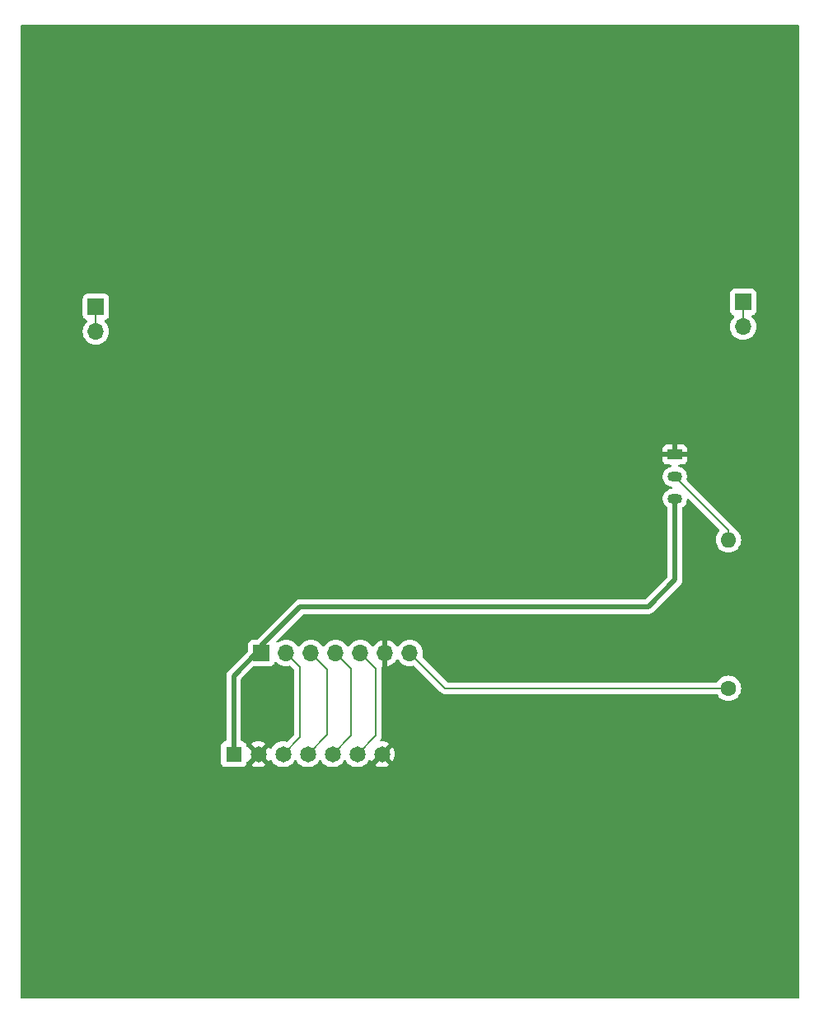
<source format=gbr>
%TF.GenerationSoftware,KiCad,Pcbnew,8.0.6*%
%TF.CreationDate,2025-01-04T10:48:04+08:00*%
%TF.ProjectId,Internal Chamber,496e7465-726e-4616-9c20-4368616d6265,rev?*%
%TF.SameCoordinates,Original*%
%TF.FileFunction,Copper,L1,Top*%
%TF.FilePolarity,Positive*%
%FSLAX46Y46*%
G04 Gerber Fmt 4.6, Leading zero omitted, Abs format (unit mm)*
G04 Created by KiCad (PCBNEW 8.0.6) date 2025-01-04 10:48:04*
%MOMM*%
%LPD*%
G01*
G04 APERTURE LIST*
%TA.AperFunction,ComponentPad*%
%ADD10R,1.700000X1.700000*%
%TD*%
%TA.AperFunction,ComponentPad*%
%ADD11O,1.700000X1.700000*%
%TD*%
%TA.AperFunction,ComponentPad*%
%ADD12C,1.650000*%
%TD*%
%TA.AperFunction,ComponentPad*%
%ADD13R,1.650000X1.650000*%
%TD*%
%TA.AperFunction,ComponentPad*%
%ADD14O,1.600000X1.600000*%
%TD*%
%TA.AperFunction,ComponentPad*%
%ADD15C,1.600000*%
%TD*%
%TA.AperFunction,ComponentPad*%
%ADD16O,1.500000X1.050000*%
%TD*%
%TA.AperFunction,ComponentPad*%
%ADD17R,1.500000X1.050000*%
%TD*%
%TA.AperFunction,Conductor*%
%ADD18C,0.200000*%
%TD*%
%TA.AperFunction,Conductor*%
%ADD19C,0.500000*%
%TD*%
G04 APERTURE END LIST*
D10*
%TO.P,J3,1,Pin_1*%
%TO.N,/Data*%
X146250000Y-68710000D03*
D11*
%TO.P,J3,2,Pin_2*%
X146250000Y-71250000D03*
%TD*%
D10*
%TO.P,J2,1,Pin_1*%
%TO.N,/Data*%
X212750000Y-68210000D03*
D11*
%TO.P,J2,2,Pin_2*%
X212750000Y-70750000D03*
%TD*%
D12*
%TO.P,U1,7,SEL*%
%TO.N,GND*%
X175640000Y-114650000D03*
%TO.P,U1,6,PWM*%
%TO.N,/PWM*%
X173100000Y-114650000D03*
%TO.P,U1,5,RDY*%
%TO.N,/RDY*%
X170560000Y-114650000D03*
%TO.P,U1,4,RX/SDA*%
%TO.N,/SDA*%
X168020000Y-114650000D03*
%TO.P,U1,3,TX/SCL*%
%TO.N,/SCL*%
X165480000Y-114650000D03*
%TO.P,U1,2,GND*%
%TO.N,GND*%
X162940000Y-114650000D03*
D13*
%TO.P,U1,1,VDD*%
%TO.N,/VCC*%
X160400000Y-114650000D03*
%TD*%
D14*
%TO.P,R1,2*%
%TO.N,Net-(U3-DQ)*%
X211250000Y-92630000D03*
D15*
%TO.P,R1,1*%
%TO.N,/TEMP*%
X211250000Y-107870000D03*
%TD*%
D10*
%TO.P,J1,1,Pin_1*%
%TO.N,/VCC*%
X163260000Y-104250000D03*
D11*
%TO.P,J1,2,Pin_2*%
%TO.N,/SCL*%
X165800000Y-104250000D03*
%TO.P,J1,3,Pin_3*%
%TO.N,/SDA*%
X168340000Y-104250000D03*
%TO.P,J1,4,Pin_4*%
%TO.N,/RDY*%
X170880000Y-104250000D03*
%TO.P,J1,5,Pin_5*%
%TO.N,/PWM*%
X173420000Y-104250000D03*
%TO.P,J1,6,Pin_6*%
%TO.N,GND*%
X175960000Y-104250000D03*
%TO.P,J1,7,Pin_7*%
%TO.N,/TEMP*%
X178500000Y-104250000D03*
%TD*%
D16*
%TO.P,U3,3,V_{DD}*%
%TO.N,/VCC*%
X205750000Y-88420000D03*
%TO.P,U3,2,DQ*%
%TO.N,Net-(U3-DQ)*%
X205750000Y-86150000D03*
D17*
%TO.P,U3,1,GND*%
%TO.N,GND*%
X205750000Y-83880000D03*
%TD*%
D18*
%TO.N,/PWM*%
X175000000Y-105830000D02*
X175000000Y-112750000D01*
X175000000Y-112750000D02*
X173100000Y-114650000D01*
X173420000Y-104250000D02*
X175000000Y-105830000D01*
%TO.N,/RDY*%
X172500000Y-112710000D02*
X170560000Y-114650000D01*
X172500000Y-105870000D02*
X172500000Y-112710000D01*
X170880000Y-104250000D02*
X172500000Y-105870000D01*
%TO.N,/SDA*%
X170000000Y-112670000D02*
X168020000Y-114650000D01*
X170000000Y-105910000D02*
X170000000Y-112670000D01*
X168340000Y-104250000D02*
X170000000Y-105910000D01*
%TO.N,/SCL*%
X167250000Y-112880000D02*
X165480000Y-114650000D01*
X167250000Y-105700000D02*
X167250000Y-112880000D01*
X165800000Y-104250000D02*
X167250000Y-105700000D01*
D19*
%TO.N,/VCC*%
X160400000Y-106600000D02*
X160400000Y-114650000D01*
X162750000Y-104250000D02*
X160400000Y-106600000D01*
X163260000Y-104250000D02*
X162750000Y-104250000D01*
X163260000Y-103490000D02*
X163260000Y-104250000D01*
X167250000Y-99500000D02*
X163260000Y-103490000D01*
X203000000Y-99500000D02*
X167250000Y-99500000D01*
X205750000Y-88420000D02*
X205750000Y-96750000D01*
X205750000Y-96750000D02*
X203000000Y-99500000D01*
D18*
%TO.N,Net-(U3-DQ)*%
X211250000Y-91650000D02*
X211250000Y-92630000D01*
X205750000Y-86150000D02*
X211250000Y-91650000D01*
%TO.N,/TEMP*%
X182120000Y-107870000D02*
X211250000Y-107870000D01*
X178500000Y-104250000D02*
X182120000Y-107870000D01*
%TO.N,/Data*%
X212750000Y-68210000D02*
X212750000Y-70750000D01*
X146250000Y-68710000D02*
X146250000Y-71250000D01*
%TD*%
%TA.AperFunction,Conductor*%
%TO.N,GND*%
G36*
X164778418Y-105145417D02*
G01*
X164806673Y-105166569D01*
X164928599Y-105288495D01*
X165015692Y-105349478D01*
X165122165Y-105424032D01*
X165122167Y-105424033D01*
X165122170Y-105424035D01*
X165336337Y-105523903D01*
X165564592Y-105585063D01*
X165752918Y-105601539D01*
X165799999Y-105605659D01*
X165800000Y-105605659D01*
X165800001Y-105605659D01*
X165839234Y-105602226D01*
X166035408Y-105585063D01*
X166163757Y-105550672D01*
X166233606Y-105552335D01*
X166283531Y-105582766D01*
X166613181Y-105912416D01*
X166646666Y-105973739D01*
X166649500Y-106000097D01*
X166649500Y-112579902D01*
X166629815Y-112646941D01*
X166613181Y-112667583D01*
X165943118Y-113337645D01*
X165881795Y-113371130D01*
X165823345Y-113369739D01*
X165711058Y-113339653D01*
X165711055Y-113339652D01*
X165711050Y-113339651D01*
X165711047Y-113339650D01*
X165711044Y-113339650D01*
X165480002Y-113319437D01*
X165479998Y-113319437D01*
X165248955Y-113339650D01*
X165248948Y-113339651D01*
X165024917Y-113399681D01*
X164814718Y-113497699D01*
X164814714Y-113497701D01*
X164624735Y-113630726D01*
X164624729Y-113630731D01*
X164460731Y-113794729D01*
X164460726Y-113794735D01*
X164327701Y-113984714D01*
X164327697Y-113984722D01*
X164322104Y-113996716D01*
X164275929Y-114049154D01*
X164208735Y-114068303D01*
X164141855Y-114048084D01*
X164097342Y-113996711D01*
X164091869Y-113984975D01*
X164091866Y-113984969D01*
X164036975Y-113906577D01*
X164036975Y-113906576D01*
X163463787Y-114479764D01*
X163452518Y-114437708D01*
X163380110Y-114312292D01*
X163277708Y-114209890D01*
X163152292Y-114137482D01*
X163110234Y-114126212D01*
X163683422Y-113553023D01*
X163605030Y-113498133D01*
X163394909Y-113400152D01*
X163394900Y-113400148D01*
X163170968Y-113340147D01*
X163170958Y-113340145D01*
X162940001Y-113319939D01*
X162939999Y-113319939D01*
X162709041Y-113340145D01*
X162709031Y-113340147D01*
X162485099Y-113400148D01*
X162485090Y-113400152D01*
X162274967Y-113498134D01*
X162196576Y-113553022D01*
X162769766Y-114126212D01*
X162727708Y-114137482D01*
X162602292Y-114209890D01*
X162499890Y-114312292D01*
X162427482Y-114437708D01*
X162416212Y-114479765D01*
X161836782Y-113900336D01*
X161791805Y-113891297D01*
X161741623Y-113842681D01*
X161725499Y-113781536D01*
X161725499Y-113777129D01*
X161725498Y-113777123D01*
X161725497Y-113777116D01*
X161719091Y-113717517D01*
X161668796Y-113582669D01*
X161668795Y-113582668D01*
X161668793Y-113582664D01*
X161582547Y-113467455D01*
X161582544Y-113467452D01*
X161467335Y-113381206D01*
X161467328Y-113381202D01*
X161332482Y-113330908D01*
X161332483Y-113330908D01*
X161272883Y-113324501D01*
X161272881Y-113324500D01*
X161272873Y-113324500D01*
X161272864Y-113324500D01*
X161269548Y-113324322D01*
X161269615Y-113323065D01*
X161207461Y-113304815D01*
X161161706Y-113252011D01*
X161150500Y-113200500D01*
X161150500Y-106962229D01*
X161170185Y-106895190D01*
X161186814Y-106874553D01*
X162424549Y-105636817D01*
X162485872Y-105603333D01*
X162512230Y-105600499D01*
X164157871Y-105600499D01*
X164157872Y-105600499D01*
X164217483Y-105594091D01*
X164352331Y-105543796D01*
X164467546Y-105457546D01*
X164553796Y-105342331D01*
X164602810Y-105210916D01*
X164644681Y-105154984D01*
X164710145Y-105130566D01*
X164778418Y-105145417D01*
G37*
%TD.AperFunction*%
%TA.AperFunction,Conductor*%
G36*
X218443039Y-39769685D02*
G01*
X218488794Y-39822489D01*
X218500000Y-39874000D01*
X218500000Y-139626000D01*
X218480315Y-139693039D01*
X218427511Y-139738794D01*
X218376000Y-139750000D01*
X138624000Y-139750000D01*
X138556961Y-139730315D01*
X138511206Y-139677511D01*
X138500000Y-139626000D01*
X138500000Y-113777135D01*
X159074500Y-113777135D01*
X159074500Y-115522870D01*
X159074501Y-115522876D01*
X159080908Y-115582483D01*
X159131202Y-115717328D01*
X159131206Y-115717335D01*
X159217452Y-115832544D01*
X159217455Y-115832547D01*
X159332664Y-115918793D01*
X159332671Y-115918797D01*
X159467517Y-115969091D01*
X159467516Y-115969091D01*
X159474444Y-115969835D01*
X159527127Y-115975500D01*
X161272872Y-115975499D01*
X161332483Y-115969091D01*
X161467331Y-115918796D01*
X161582546Y-115832546D01*
X161668796Y-115717331D01*
X161719091Y-115582483D01*
X161725500Y-115522873D01*
X161725499Y-115518474D01*
X161745175Y-115451436D01*
X161797973Y-115405674D01*
X161837599Y-115398846D01*
X162416212Y-114820233D01*
X162427482Y-114862292D01*
X162499890Y-114987708D01*
X162602292Y-115090110D01*
X162727708Y-115162518D01*
X162769765Y-115173787D01*
X162196576Y-115746975D01*
X162274969Y-115801867D01*
X162485090Y-115899847D01*
X162485099Y-115899851D01*
X162709031Y-115959852D01*
X162709041Y-115959854D01*
X162939999Y-115980061D01*
X162940001Y-115980061D01*
X163170958Y-115959854D01*
X163170968Y-115959852D01*
X163394900Y-115899851D01*
X163394909Y-115899847D01*
X163605030Y-115801867D01*
X163605034Y-115801865D01*
X163683422Y-115746976D01*
X163683422Y-115746975D01*
X163110235Y-115173787D01*
X163152292Y-115162518D01*
X163277708Y-115090110D01*
X163380110Y-114987708D01*
X163452518Y-114862292D01*
X163463787Y-114820234D01*
X164036975Y-115393422D01*
X164036976Y-115393422D01*
X164091864Y-115315034D01*
X164097339Y-115303294D01*
X164143509Y-115250852D01*
X164210701Y-115231697D01*
X164277584Y-115251909D01*
X164322105Y-115303286D01*
X164327699Y-115315282D01*
X164460730Y-115505269D01*
X164624731Y-115669270D01*
X164814718Y-115802301D01*
X165024921Y-115900320D01*
X165248950Y-115960349D01*
X165413985Y-115974787D01*
X165479998Y-115980563D01*
X165480000Y-115980563D01*
X165480002Y-115980563D01*
X165537894Y-115975498D01*
X165711050Y-115960349D01*
X165935079Y-115900320D01*
X166145282Y-115802301D01*
X166335269Y-115669270D01*
X166499270Y-115505269D01*
X166632301Y-115315282D01*
X166637618Y-115303878D01*
X166683790Y-115251440D01*
X166750984Y-115232288D01*
X166817865Y-115252504D01*
X166862381Y-115303878D01*
X166867699Y-115315282D01*
X167000730Y-115505269D01*
X167164731Y-115669270D01*
X167354718Y-115802301D01*
X167564921Y-115900320D01*
X167788950Y-115960349D01*
X167953985Y-115974787D01*
X168019998Y-115980563D01*
X168020000Y-115980563D01*
X168020002Y-115980563D01*
X168077894Y-115975498D01*
X168251050Y-115960349D01*
X168475079Y-115900320D01*
X168685282Y-115802301D01*
X168875269Y-115669270D01*
X169039270Y-115505269D01*
X169172301Y-115315282D01*
X169177618Y-115303878D01*
X169223790Y-115251440D01*
X169290984Y-115232288D01*
X169357865Y-115252504D01*
X169402381Y-115303878D01*
X169407699Y-115315282D01*
X169540730Y-115505269D01*
X169704731Y-115669270D01*
X169894718Y-115802301D01*
X170104921Y-115900320D01*
X170328950Y-115960349D01*
X170493985Y-115974787D01*
X170559998Y-115980563D01*
X170560000Y-115980563D01*
X170560002Y-115980563D01*
X170617894Y-115975498D01*
X170791050Y-115960349D01*
X171015079Y-115900320D01*
X171225282Y-115802301D01*
X171415269Y-115669270D01*
X171579270Y-115505269D01*
X171712301Y-115315282D01*
X171717618Y-115303878D01*
X171763790Y-115251440D01*
X171830984Y-115232288D01*
X171897865Y-115252504D01*
X171942381Y-115303878D01*
X171947699Y-115315282D01*
X172080730Y-115505269D01*
X172244731Y-115669270D01*
X172434718Y-115802301D01*
X172644921Y-115900320D01*
X172868950Y-115960349D01*
X173033985Y-115974787D01*
X173099998Y-115980563D01*
X173100000Y-115980563D01*
X173100002Y-115980563D01*
X173157894Y-115975498D01*
X173331050Y-115960349D01*
X173555079Y-115900320D01*
X173765282Y-115802301D01*
X173955269Y-115669270D01*
X174119270Y-115505269D01*
X174252301Y-115315282D01*
X174257893Y-115303289D01*
X174304062Y-115250851D01*
X174371255Y-115231697D01*
X174438137Y-115251911D01*
X174482656Y-115303286D01*
X174488132Y-115315029D01*
X174543023Y-115393422D01*
X175116212Y-114820233D01*
X175127482Y-114862292D01*
X175199890Y-114987708D01*
X175302292Y-115090110D01*
X175427708Y-115162518D01*
X175469765Y-115173787D01*
X174896576Y-115746975D01*
X174974969Y-115801867D01*
X175185090Y-115899847D01*
X175185099Y-115899851D01*
X175409031Y-115959852D01*
X175409041Y-115959854D01*
X175639999Y-115980061D01*
X175640001Y-115980061D01*
X175870958Y-115959854D01*
X175870968Y-115959852D01*
X176094900Y-115899851D01*
X176094909Y-115899847D01*
X176305030Y-115801867D01*
X176305034Y-115801865D01*
X176383422Y-115746976D01*
X176383422Y-115746975D01*
X175810235Y-115173787D01*
X175852292Y-115162518D01*
X175977708Y-115090110D01*
X176080110Y-114987708D01*
X176152518Y-114862292D01*
X176163787Y-114820234D01*
X176736975Y-115393422D01*
X176736976Y-115393422D01*
X176791865Y-115315034D01*
X176791867Y-115315030D01*
X176889847Y-115104909D01*
X176889851Y-115104900D01*
X176949852Y-114880968D01*
X176949854Y-114880958D01*
X176970061Y-114650000D01*
X176970061Y-114649999D01*
X176949854Y-114419041D01*
X176949852Y-114419031D01*
X176889851Y-114195099D01*
X176889847Y-114195090D01*
X176791867Y-113984971D01*
X176791866Y-113984969D01*
X176736975Y-113906577D01*
X176736975Y-113906576D01*
X176163787Y-114479764D01*
X176152518Y-114437708D01*
X176080110Y-114312292D01*
X175977708Y-114209890D01*
X175852292Y-114137482D01*
X175810234Y-114126212D01*
X176383422Y-113553023D01*
X176305030Y-113498133D01*
X176094909Y-113400152D01*
X176094900Y-113400148D01*
X175870968Y-113340147D01*
X175870958Y-113340145D01*
X175640001Y-113319939D01*
X175639998Y-113319939D01*
X175584103Y-113324829D01*
X175515603Y-113311062D01*
X175465420Y-113262447D01*
X175449487Y-113194418D01*
X175472863Y-113128575D01*
X175475696Y-113125254D01*
X175475574Y-113125161D01*
X175480514Y-113118721D01*
X175480520Y-113118716D01*
X175559577Y-112981784D01*
X175600501Y-112829057D01*
X175600501Y-112670942D01*
X175600501Y-112663347D01*
X175600500Y-112663329D01*
X175600500Y-105750945D01*
X175600500Y-105750943D01*
X175598454Y-105743307D01*
X175600115Y-105673459D01*
X175639277Y-105615595D01*
X175696216Y-105591211D01*
X175710000Y-105580634D01*
X175710000Y-104683012D01*
X175767007Y-104715925D01*
X175894174Y-104750000D01*
X176025826Y-104750000D01*
X176152993Y-104715925D01*
X176210000Y-104683012D01*
X176210000Y-105580633D01*
X176423483Y-105523433D01*
X176423492Y-105523429D01*
X176637578Y-105423600D01*
X176831082Y-105288105D01*
X176998105Y-105121082D01*
X177128119Y-104935405D01*
X177182696Y-104891781D01*
X177252195Y-104884588D01*
X177314549Y-104916110D01*
X177331269Y-104935405D01*
X177461505Y-105121401D01*
X177628599Y-105288495D01*
X177715692Y-105349478D01*
X177822165Y-105424032D01*
X177822167Y-105424033D01*
X177822170Y-105424035D01*
X178036337Y-105523903D01*
X178264592Y-105585063D01*
X178452918Y-105601539D01*
X178499999Y-105605659D01*
X178500000Y-105605659D01*
X178500001Y-105605659D01*
X178539234Y-105602226D01*
X178735408Y-105585063D01*
X178863757Y-105550672D01*
X178933606Y-105552335D01*
X178983531Y-105582766D01*
X181635139Y-108234374D01*
X181635149Y-108234385D01*
X181639479Y-108238715D01*
X181639480Y-108238716D01*
X181751284Y-108350520D01*
X181838095Y-108400639D01*
X181838097Y-108400641D01*
X181876151Y-108422611D01*
X181888215Y-108429577D01*
X182040943Y-108470500D01*
X182199057Y-108470500D01*
X210018308Y-108470500D01*
X210085347Y-108490185D01*
X210119880Y-108523374D01*
X210205480Y-108645624D01*
X210249954Y-108709141D01*
X210410858Y-108870045D01*
X210410861Y-108870047D01*
X210597266Y-109000568D01*
X210803504Y-109096739D01*
X211023308Y-109155635D01*
X211185230Y-109169801D01*
X211249998Y-109175468D01*
X211250000Y-109175468D01*
X211250002Y-109175468D01*
X211306673Y-109170509D01*
X211476692Y-109155635D01*
X211696496Y-109096739D01*
X211902734Y-109000568D01*
X212089139Y-108870047D01*
X212250047Y-108709139D01*
X212380568Y-108522734D01*
X212476739Y-108316496D01*
X212535635Y-108096692D01*
X212555468Y-107870000D01*
X212535635Y-107643308D01*
X212476739Y-107423504D01*
X212380568Y-107217266D01*
X212250047Y-107030861D01*
X212250045Y-107030858D01*
X212089141Y-106869954D01*
X211902734Y-106739432D01*
X211902732Y-106739431D01*
X211696497Y-106643261D01*
X211696488Y-106643258D01*
X211476697Y-106584366D01*
X211476693Y-106584365D01*
X211476692Y-106584365D01*
X211476691Y-106584364D01*
X211476686Y-106584364D01*
X211250002Y-106564532D01*
X211249998Y-106564532D01*
X211023313Y-106584364D01*
X211023302Y-106584366D01*
X210803511Y-106643258D01*
X210803502Y-106643261D01*
X210597267Y-106739431D01*
X210597265Y-106739432D01*
X210410858Y-106869954D01*
X210249954Y-107030858D01*
X210173450Y-107140118D01*
X210119881Y-107216624D01*
X210065307Y-107260248D01*
X210018308Y-107269500D01*
X182420097Y-107269500D01*
X182353058Y-107249815D01*
X182332416Y-107233181D01*
X179832766Y-104733531D01*
X179799281Y-104672208D01*
X179800672Y-104613757D01*
X179815878Y-104557007D01*
X179835063Y-104485408D01*
X179855659Y-104250000D01*
X179835063Y-104014592D01*
X179773903Y-103786337D01*
X179674035Y-103572171D01*
X179668731Y-103564595D01*
X179538494Y-103378597D01*
X179371402Y-103211506D01*
X179371395Y-103211501D01*
X179177834Y-103075967D01*
X179177830Y-103075965D01*
X179126501Y-103052030D01*
X178963663Y-102976097D01*
X178963659Y-102976096D01*
X178963655Y-102976094D01*
X178735413Y-102914938D01*
X178735403Y-102914936D01*
X178500001Y-102894341D01*
X178499999Y-102894341D01*
X178264596Y-102914936D01*
X178264586Y-102914938D01*
X178036344Y-102976094D01*
X178036335Y-102976098D01*
X177822171Y-103075964D01*
X177822169Y-103075965D01*
X177628597Y-103211505D01*
X177461508Y-103378594D01*
X177331269Y-103564595D01*
X177276692Y-103608219D01*
X177207193Y-103615412D01*
X177144839Y-103583890D01*
X177128119Y-103564594D01*
X176998113Y-103378926D01*
X176998108Y-103378920D01*
X176831082Y-103211894D01*
X176637578Y-103076399D01*
X176423492Y-102976570D01*
X176423486Y-102976567D01*
X176210000Y-102919364D01*
X176210000Y-103816988D01*
X176152993Y-103784075D01*
X176025826Y-103750000D01*
X175894174Y-103750000D01*
X175767007Y-103784075D01*
X175710000Y-103816988D01*
X175710000Y-102919364D01*
X175709999Y-102919364D01*
X175496513Y-102976567D01*
X175496507Y-102976570D01*
X175282422Y-103076399D01*
X175282420Y-103076400D01*
X175088926Y-103211886D01*
X175088920Y-103211891D01*
X174921891Y-103378920D01*
X174921890Y-103378922D01*
X174791880Y-103564595D01*
X174737303Y-103608219D01*
X174667804Y-103615412D01*
X174605450Y-103583890D01*
X174588730Y-103564594D01*
X174458494Y-103378597D01*
X174291402Y-103211506D01*
X174291395Y-103211501D01*
X174097834Y-103075967D01*
X174097830Y-103075965D01*
X174046501Y-103052030D01*
X173883663Y-102976097D01*
X173883659Y-102976096D01*
X173883655Y-102976094D01*
X173655413Y-102914938D01*
X173655403Y-102914936D01*
X173420001Y-102894341D01*
X173419999Y-102894341D01*
X173184596Y-102914936D01*
X173184586Y-102914938D01*
X172956344Y-102976094D01*
X172956335Y-102976098D01*
X172742171Y-103075964D01*
X172742169Y-103075965D01*
X172548597Y-103211505D01*
X172381505Y-103378597D01*
X172251575Y-103564158D01*
X172196998Y-103607783D01*
X172127500Y-103614977D01*
X172065145Y-103583454D01*
X172048425Y-103564158D01*
X171918494Y-103378597D01*
X171751402Y-103211506D01*
X171751395Y-103211501D01*
X171557834Y-103075967D01*
X171557830Y-103075965D01*
X171506501Y-103052030D01*
X171343663Y-102976097D01*
X171343659Y-102976096D01*
X171343655Y-102976094D01*
X171115413Y-102914938D01*
X171115403Y-102914936D01*
X170880001Y-102894341D01*
X170879999Y-102894341D01*
X170644596Y-102914936D01*
X170644586Y-102914938D01*
X170416344Y-102976094D01*
X170416335Y-102976098D01*
X170202171Y-103075964D01*
X170202169Y-103075965D01*
X170008597Y-103211505D01*
X169841505Y-103378597D01*
X169711575Y-103564158D01*
X169656998Y-103607783D01*
X169587500Y-103614977D01*
X169525145Y-103583454D01*
X169508425Y-103564158D01*
X169378494Y-103378597D01*
X169211402Y-103211506D01*
X169211395Y-103211501D01*
X169017834Y-103075967D01*
X169017830Y-103075965D01*
X168966501Y-103052030D01*
X168803663Y-102976097D01*
X168803659Y-102976096D01*
X168803655Y-102976094D01*
X168575413Y-102914938D01*
X168575403Y-102914936D01*
X168340001Y-102894341D01*
X168339999Y-102894341D01*
X168104596Y-102914936D01*
X168104586Y-102914938D01*
X167876344Y-102976094D01*
X167876335Y-102976098D01*
X167662171Y-103075964D01*
X167662169Y-103075965D01*
X167468597Y-103211505D01*
X167301505Y-103378597D01*
X167171575Y-103564158D01*
X167116998Y-103607783D01*
X167047500Y-103614977D01*
X166985145Y-103583454D01*
X166968425Y-103564158D01*
X166838494Y-103378597D01*
X166671402Y-103211506D01*
X166671395Y-103211501D01*
X166477834Y-103075967D01*
X166477830Y-103075965D01*
X166426501Y-103052030D01*
X166263663Y-102976097D01*
X166263659Y-102976096D01*
X166263655Y-102976094D01*
X166035413Y-102914938D01*
X166035403Y-102914936D01*
X165800001Y-102894341D01*
X165799999Y-102894341D01*
X165564596Y-102914936D01*
X165564586Y-102914938D01*
X165336344Y-102976094D01*
X165336335Y-102976098D01*
X165122171Y-103075964D01*
X165122169Y-103075965D01*
X164993054Y-103166372D01*
X164926847Y-103188699D01*
X164859080Y-103171688D01*
X164811268Y-103120740D01*
X164798590Y-103052030D01*
X164825072Y-102987374D01*
X164834241Y-102977125D01*
X167524548Y-100286819D01*
X167585871Y-100253334D01*
X167612229Y-100250500D01*
X203073920Y-100250500D01*
X203171462Y-100231096D01*
X203218913Y-100221658D01*
X203355495Y-100165084D01*
X203404729Y-100132186D01*
X203478416Y-100082952D01*
X206332951Y-97228416D01*
X206415084Y-97105495D01*
X206471658Y-96968913D01*
X206500500Y-96823918D01*
X206500500Y-96676083D01*
X206500500Y-89368509D01*
X206520185Y-89301470D01*
X206555607Y-89265408D01*
X206628718Y-89216558D01*
X206771558Y-89073718D01*
X206883786Y-88905756D01*
X206961091Y-88719127D01*
X207000248Y-88522271D01*
X207032632Y-88460360D01*
X207093348Y-88425786D01*
X207163118Y-88429525D01*
X207209546Y-88458781D01*
X210308107Y-91557342D01*
X210341592Y-91618665D01*
X210336608Y-91688357D01*
X210308109Y-91732703D01*
X210249952Y-91790861D01*
X210119432Y-91977265D01*
X210119431Y-91977267D01*
X210023261Y-92183502D01*
X210023258Y-92183511D01*
X209964366Y-92403302D01*
X209964364Y-92403313D01*
X209944532Y-92629998D01*
X209944532Y-92630001D01*
X209964364Y-92856686D01*
X209964366Y-92856697D01*
X210023258Y-93076488D01*
X210023261Y-93076497D01*
X210119431Y-93282732D01*
X210119432Y-93282734D01*
X210249954Y-93469141D01*
X210410858Y-93630045D01*
X210410861Y-93630047D01*
X210597266Y-93760568D01*
X210803504Y-93856739D01*
X211023308Y-93915635D01*
X211185230Y-93929801D01*
X211249998Y-93935468D01*
X211250000Y-93935468D01*
X211250002Y-93935468D01*
X211306673Y-93930509D01*
X211476692Y-93915635D01*
X211696496Y-93856739D01*
X211902734Y-93760568D01*
X212089139Y-93630047D01*
X212250047Y-93469139D01*
X212380568Y-93282734D01*
X212476739Y-93076496D01*
X212535635Y-92856692D01*
X212555468Y-92630000D01*
X212535635Y-92403308D01*
X212476739Y-92183504D01*
X212380568Y-91977266D01*
X212250047Y-91790861D01*
X212250045Y-91790858D01*
X212089141Y-91629954D01*
X211902735Y-91499432D01*
X211902727Y-91499428D01*
X211872671Y-91485412D01*
X211820232Y-91439239D01*
X211810514Y-91420480D01*
X211809579Y-91418224D01*
X211809577Y-91418216D01*
X211809572Y-91418207D01*
X211730524Y-91281290D01*
X211730518Y-91281282D01*
X206997550Y-86548314D01*
X206964065Y-86486991D01*
X206963614Y-86436442D01*
X207000499Y-86251006D01*
X207000500Y-86251004D01*
X207000500Y-86048996D01*
X207000499Y-86048992D01*
X206961092Y-85850880D01*
X206961091Y-85850873D01*
X206883786Y-85664244D01*
X206883784Y-85664241D01*
X206883782Y-85664237D01*
X206771558Y-85496281D01*
X206628718Y-85353441D01*
X206460762Y-85241217D01*
X206460752Y-85241212D01*
X206274127Y-85163909D01*
X206274119Y-85163907D01*
X206207306Y-85150617D01*
X206145395Y-85118232D01*
X206110821Y-85057517D01*
X206114560Y-84987747D01*
X206155427Y-84931075D01*
X206220445Y-84905494D01*
X206231497Y-84905000D01*
X206547828Y-84905000D01*
X206547844Y-84904999D01*
X206607372Y-84898598D01*
X206607379Y-84898596D01*
X206742086Y-84848354D01*
X206742093Y-84848350D01*
X206857187Y-84762190D01*
X206857190Y-84762187D01*
X206943350Y-84647093D01*
X206943354Y-84647086D01*
X206993596Y-84512379D01*
X206993598Y-84512372D01*
X206999999Y-84452844D01*
X207000000Y-84452827D01*
X207000000Y-84130000D01*
X206030330Y-84130000D01*
X206050075Y-84110255D01*
X206099444Y-84024745D01*
X206125000Y-83929370D01*
X206125000Y-83830630D01*
X206099444Y-83735255D01*
X206050075Y-83649745D01*
X206030330Y-83630000D01*
X207000000Y-83630000D01*
X207000000Y-83307172D01*
X206999999Y-83307155D01*
X206993598Y-83247627D01*
X206993596Y-83247620D01*
X206943354Y-83112913D01*
X206943350Y-83112906D01*
X206857190Y-82997812D01*
X206857187Y-82997809D01*
X206742093Y-82911649D01*
X206742086Y-82911645D01*
X206607379Y-82861403D01*
X206607372Y-82861401D01*
X206547844Y-82855000D01*
X206000000Y-82855000D01*
X206000000Y-83599670D01*
X205980255Y-83579925D01*
X205894745Y-83530556D01*
X205799370Y-83505000D01*
X205700630Y-83505000D01*
X205605255Y-83530556D01*
X205519745Y-83579925D01*
X205500000Y-83599670D01*
X205500000Y-82855000D01*
X204952155Y-82855000D01*
X204892627Y-82861401D01*
X204892620Y-82861403D01*
X204757913Y-82911645D01*
X204757906Y-82911649D01*
X204642812Y-82997809D01*
X204642809Y-82997812D01*
X204556649Y-83112906D01*
X204556645Y-83112913D01*
X204506403Y-83247620D01*
X204506401Y-83247627D01*
X204500000Y-83307155D01*
X204500000Y-83630000D01*
X205469670Y-83630000D01*
X205449925Y-83649745D01*
X205400556Y-83735255D01*
X205375000Y-83830630D01*
X205375000Y-83929370D01*
X205400556Y-84024745D01*
X205449925Y-84110255D01*
X205469670Y-84130000D01*
X204500000Y-84130000D01*
X204500000Y-84452844D01*
X204506401Y-84512372D01*
X204506403Y-84512379D01*
X204556645Y-84647086D01*
X204556649Y-84647093D01*
X204642809Y-84762187D01*
X204642812Y-84762190D01*
X204757906Y-84848350D01*
X204757913Y-84848354D01*
X204892620Y-84898596D01*
X204892627Y-84898598D01*
X204952155Y-84904999D01*
X204952172Y-84905000D01*
X205268503Y-84905000D01*
X205335542Y-84924685D01*
X205381297Y-84977489D01*
X205391241Y-85046647D01*
X205362216Y-85110203D01*
X205303438Y-85147977D01*
X205292694Y-85150617D01*
X205225880Y-85163907D01*
X205225872Y-85163909D01*
X205039247Y-85241212D01*
X205039237Y-85241217D01*
X204871281Y-85353441D01*
X204728441Y-85496281D01*
X204616217Y-85664237D01*
X204616212Y-85664247D01*
X204538909Y-85850872D01*
X204538907Y-85850880D01*
X204499500Y-86048992D01*
X204499500Y-86251007D01*
X204538907Y-86449119D01*
X204538909Y-86449127D01*
X204616212Y-86635752D01*
X204616217Y-86635762D01*
X204728441Y-86803718D01*
X204871281Y-86946558D01*
X205039237Y-87058782D01*
X205039241Y-87058784D01*
X205039244Y-87058786D01*
X205225873Y-87136091D01*
X205277777Y-87146415D01*
X205363077Y-87163383D01*
X205424988Y-87195768D01*
X205459562Y-87256483D01*
X205455823Y-87326253D01*
X205414956Y-87382925D01*
X205363077Y-87406617D01*
X205225880Y-87433907D01*
X205225872Y-87433909D01*
X205039247Y-87511212D01*
X205039237Y-87511217D01*
X204871281Y-87623441D01*
X204728441Y-87766281D01*
X204616217Y-87934237D01*
X204616212Y-87934247D01*
X204538909Y-88120872D01*
X204538907Y-88120880D01*
X204499500Y-88318992D01*
X204499500Y-88521007D01*
X204538907Y-88719119D01*
X204538909Y-88719127D01*
X204616212Y-88905752D01*
X204616217Y-88905762D01*
X204728441Y-89073718D01*
X204871279Y-89216556D01*
X204871282Y-89216558D01*
X204944391Y-89265408D01*
X204989195Y-89319018D01*
X204999500Y-89368509D01*
X204999500Y-96387770D01*
X204979815Y-96454809D01*
X204963181Y-96475451D01*
X202725451Y-98713181D01*
X202664128Y-98746666D01*
X202637770Y-98749500D01*
X167176080Y-98749500D01*
X167031092Y-98778340D01*
X167031082Y-98778343D01*
X166894511Y-98834912D01*
X166894498Y-98834919D01*
X166771584Y-98917048D01*
X166771580Y-98917051D01*
X162825449Y-102863181D01*
X162764126Y-102896666D01*
X162737768Y-102899500D01*
X162362130Y-102899500D01*
X162362123Y-102899501D01*
X162302516Y-102905908D01*
X162167671Y-102956202D01*
X162167664Y-102956206D01*
X162052455Y-103042452D01*
X162052452Y-103042455D01*
X161966206Y-103157664D01*
X161966202Y-103157671D01*
X161915908Y-103292517D01*
X161909501Y-103352116D01*
X161909500Y-103352135D01*
X161909500Y-103977769D01*
X161889815Y-104044808D01*
X161873181Y-104065450D01*
X159817052Y-106121578D01*
X159817049Y-106121581D01*
X159777668Y-106180519D01*
X159777669Y-106180520D01*
X159734914Y-106244508D01*
X159678343Y-106381082D01*
X159678340Y-106381092D01*
X159649500Y-106526079D01*
X159649500Y-113200500D01*
X159629815Y-113267539D01*
X159577011Y-113313294D01*
X159530389Y-113323450D01*
X159530423Y-113324099D01*
X159530429Y-113324146D01*
X159530426Y-113324146D01*
X159530436Y-113324324D01*
X159527123Y-113324501D01*
X159467516Y-113330908D01*
X159332671Y-113381202D01*
X159332664Y-113381206D01*
X159217455Y-113467452D01*
X159217452Y-113467455D01*
X159131206Y-113582664D01*
X159131202Y-113582671D01*
X159080908Y-113717517D01*
X159074501Y-113777116D01*
X159074501Y-113777123D01*
X159074500Y-113777135D01*
X138500000Y-113777135D01*
X138500000Y-71249999D01*
X144894341Y-71249999D01*
X144894341Y-71250000D01*
X144914936Y-71485403D01*
X144914938Y-71485413D01*
X144976094Y-71713655D01*
X144976096Y-71713659D01*
X144976097Y-71713663D01*
X145074194Y-71924032D01*
X145075965Y-71927830D01*
X145075967Y-71927834D01*
X145184281Y-72082521D01*
X145211505Y-72121401D01*
X145378599Y-72288495D01*
X145475384Y-72356265D01*
X145572165Y-72424032D01*
X145572167Y-72424033D01*
X145572170Y-72424035D01*
X145786337Y-72523903D01*
X146014592Y-72585063D01*
X146202918Y-72601539D01*
X146249999Y-72605659D01*
X146250000Y-72605659D01*
X146250001Y-72605659D01*
X146289234Y-72602226D01*
X146485408Y-72585063D01*
X146713663Y-72523903D01*
X146927830Y-72424035D01*
X147121401Y-72288495D01*
X147288495Y-72121401D01*
X147424035Y-71927830D01*
X147523903Y-71713663D01*
X147585063Y-71485408D01*
X147605659Y-71250000D01*
X147585063Y-71014592D01*
X147523903Y-70786337D01*
X147506958Y-70749999D01*
X211394341Y-70749999D01*
X211394341Y-70750000D01*
X211414936Y-70985403D01*
X211414938Y-70985413D01*
X211476094Y-71213655D01*
X211476096Y-71213659D01*
X211476097Y-71213663D01*
X211575965Y-71427830D01*
X211575967Y-71427834D01*
X211616285Y-71485413D01*
X211711505Y-71621401D01*
X211878599Y-71788495D01*
X211975384Y-71856265D01*
X212072165Y-71924032D01*
X212072167Y-71924033D01*
X212072170Y-71924035D01*
X212286337Y-72023903D01*
X212514592Y-72085063D01*
X212702918Y-72101539D01*
X212749999Y-72105659D01*
X212750000Y-72105659D01*
X212750001Y-72105659D01*
X212789234Y-72102226D01*
X212985408Y-72085063D01*
X213213663Y-72023903D01*
X213427830Y-71924035D01*
X213621401Y-71788495D01*
X213788495Y-71621401D01*
X213924035Y-71427830D01*
X214023903Y-71213663D01*
X214085063Y-70985408D01*
X214105659Y-70750000D01*
X214085063Y-70514592D01*
X214023903Y-70286337D01*
X213924035Y-70072171D01*
X213922322Y-70069725D01*
X213788496Y-69878600D01*
X213788495Y-69878599D01*
X213666567Y-69756671D01*
X213633084Y-69695351D01*
X213638068Y-69625659D01*
X213679939Y-69569725D01*
X213710915Y-69552810D01*
X213842331Y-69503796D01*
X213957546Y-69417546D01*
X214043796Y-69302331D01*
X214094091Y-69167483D01*
X214100500Y-69107873D01*
X214100499Y-67312128D01*
X214094091Y-67252517D01*
X214043796Y-67117669D01*
X214043795Y-67117668D01*
X214043793Y-67117664D01*
X213957547Y-67002455D01*
X213957544Y-67002452D01*
X213842335Y-66916206D01*
X213842328Y-66916202D01*
X213707482Y-66865908D01*
X213707483Y-66865908D01*
X213647883Y-66859501D01*
X213647881Y-66859500D01*
X213647873Y-66859500D01*
X213647864Y-66859500D01*
X211852129Y-66859500D01*
X211852123Y-66859501D01*
X211792516Y-66865908D01*
X211657671Y-66916202D01*
X211657664Y-66916206D01*
X211542455Y-67002452D01*
X211542452Y-67002455D01*
X211456206Y-67117664D01*
X211456202Y-67117671D01*
X211405908Y-67252517D01*
X211399501Y-67312116D01*
X211399501Y-67312123D01*
X211399500Y-67312135D01*
X211399500Y-69107870D01*
X211399501Y-69107876D01*
X211405908Y-69167483D01*
X211456202Y-69302328D01*
X211456206Y-69302335D01*
X211542452Y-69417544D01*
X211542455Y-69417547D01*
X211657664Y-69503793D01*
X211657671Y-69503797D01*
X211789081Y-69552810D01*
X211845015Y-69594681D01*
X211869432Y-69660145D01*
X211854580Y-69728418D01*
X211833430Y-69756673D01*
X211711503Y-69878600D01*
X211575965Y-70072169D01*
X211575964Y-70072171D01*
X211476098Y-70286335D01*
X211476094Y-70286344D01*
X211414938Y-70514586D01*
X211414936Y-70514596D01*
X211394341Y-70749999D01*
X147506958Y-70749999D01*
X147424035Y-70572171D01*
X147288495Y-70378599D01*
X147166567Y-70256671D01*
X147133084Y-70195351D01*
X147138068Y-70125659D01*
X147179939Y-70069725D01*
X147210915Y-70052810D01*
X147342331Y-70003796D01*
X147457546Y-69917546D01*
X147543796Y-69802331D01*
X147594091Y-69667483D01*
X147600500Y-69607873D01*
X147600499Y-67812128D01*
X147594091Y-67752517D01*
X147543796Y-67617669D01*
X147543795Y-67617668D01*
X147543793Y-67617664D01*
X147457547Y-67502455D01*
X147457544Y-67502452D01*
X147342335Y-67416206D01*
X147342328Y-67416202D01*
X147207482Y-67365908D01*
X147207483Y-67365908D01*
X147147883Y-67359501D01*
X147147881Y-67359500D01*
X147147873Y-67359500D01*
X147147864Y-67359500D01*
X145352129Y-67359500D01*
X145352123Y-67359501D01*
X145292516Y-67365908D01*
X145157671Y-67416202D01*
X145157664Y-67416206D01*
X145042455Y-67502452D01*
X145042452Y-67502455D01*
X144956206Y-67617664D01*
X144956202Y-67617671D01*
X144905908Y-67752517D01*
X144899501Y-67812116D01*
X144899501Y-67812123D01*
X144899500Y-67812135D01*
X144899500Y-69607870D01*
X144899501Y-69607876D01*
X144905908Y-69667483D01*
X144956202Y-69802328D01*
X144956206Y-69802335D01*
X145042452Y-69917544D01*
X145042455Y-69917547D01*
X145157664Y-70003793D01*
X145157671Y-70003797D01*
X145289081Y-70052810D01*
X145345015Y-70094681D01*
X145369432Y-70160145D01*
X145354580Y-70228418D01*
X145333430Y-70256673D01*
X145211503Y-70378600D01*
X145075965Y-70572169D01*
X145075964Y-70572171D01*
X144976098Y-70786335D01*
X144976094Y-70786344D01*
X144914938Y-71014586D01*
X144914936Y-71014596D01*
X144894341Y-71249999D01*
X138500000Y-71249999D01*
X138500000Y-39874000D01*
X138519685Y-39806961D01*
X138572489Y-39761206D01*
X138624000Y-39750000D01*
X218376000Y-39750000D01*
X218443039Y-39769685D01*
G37*
%TD.AperFunction*%
%TD*%
M02*

</source>
